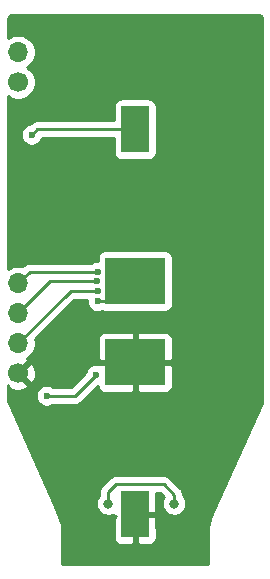
<source format=gbr>
%TF.GenerationSoftware,KiCad,Pcbnew,(5.1.9)-1*%
%TF.CreationDate,2021-03-30T21:26:33+02:00*%
%TF.ProjectId,plant,706c616e-742e-46b6-9963-61645f706362,rev?*%
%TF.SameCoordinates,Original*%
%TF.FileFunction,Copper,L2,Bot*%
%TF.FilePolarity,Positive*%
%FSLAX46Y46*%
G04 Gerber Fmt 4.6, Leading zero omitted, Abs format (unit mm)*
G04 Created by KiCad (PCBNEW (5.1.9)-1) date 2021-03-30 21:26:33*
%MOMM*%
%LPD*%
G01*
G04 APERTURE LIST*
%TA.AperFunction,SMDPad,CuDef*%
%ADD10R,5.080000X3.960000*%
%TD*%
%TA.AperFunction,SMDPad,CuDef*%
%ADD11R,2.340000X3.960000*%
%TD*%
%TA.AperFunction,ComponentPad*%
%ADD12C,1.700000*%
%TD*%
%TA.AperFunction,ComponentPad*%
%ADD13O,1.700000X1.700000*%
%TD*%
%TA.AperFunction,ViaPad*%
%ADD14C,0.600000*%
%TD*%
%TA.AperFunction,ViaPad*%
%ADD15C,0.800000*%
%TD*%
%TA.AperFunction,Conductor*%
%ADD16C,0.250000*%
%TD*%
%TA.AperFunction,Conductor*%
%ADD17C,0.254000*%
%TD*%
%TA.AperFunction,Conductor*%
%ADD18C,0.100000*%
%TD*%
G04 APERTURE END LIST*
D10*
%TO.P,U2,2*%
%TO.N,+3V3*%
X162814000Y-83387000D03*
D11*
%TO.P,U2,1*%
X162814000Y-70537000D03*
%TD*%
D10*
%TO.P,U1,2*%
%TO.N,GND*%
X162814000Y-90274000D03*
D11*
%TO.P,U1,1*%
X162814000Y-103124000D03*
%TD*%
D12*
%TO.P,J1,1*%
%TO.N,GND*%
X152908000Y-91186000D03*
D13*
%TO.P,J1,2*%
%TO.N,Net-(IC1-Pad25)*%
X152908000Y-88646000D03*
%TO.P,J1,3*%
%TO.N,Net-(IC1-Pad34)*%
X152908000Y-86106000D03*
%TO.P,J1,4*%
%TO.N,Net-(IC1-Pad35)*%
X152908000Y-83566000D03*
%TD*%
%TO.P,J2,2*%
%TO.N,Net-(IC2-Pad9)*%
X152908000Y-64008000D03*
D12*
%TO.P,J2,1*%
%TO.N,Net-(IC2-Pad7)*%
X152908000Y-66548000D03*
%TD*%
D14*
%TO.N,Net-(IC1-Pad35)*%
X159640235Y-82583719D03*
%TO.N,Net-(IC1-Pad34)*%
X159622540Y-83383535D03*
%TO.N,Net-(IC1-Pad25)*%
X159639000Y-84200994D03*
D15*
%TO.N,Net-(IC1-Pad11)*%
X160528000Y-102235000D03*
X166116000Y-102235006D03*
D14*
%TO.N,GND*%
X170942000Y-68580000D03*
X153797000Y-80264000D03*
X153924000Y-68326000D03*
X157353000Y-69342000D03*
%TO.N,+3V3*%
X154051000Y-70993000D03*
X159512000Y-91313000D03*
X159639000Y-85090000D03*
X155321000Y-93091000D03*
%TD*%
D16*
%TO.N,Net-(IC1-Pad35)*%
X152908000Y-83566000D02*
X153890281Y-82583719D01*
X153890281Y-82583719D02*
X159640235Y-82583719D01*
%TO.N,Net-(IC1-Pad34)*%
X155630465Y-83383535D02*
X159622540Y-83383535D01*
X152908000Y-86106000D02*
X155630465Y-83383535D01*
%TO.N,Net-(IC1-Pad25)*%
X152908000Y-88646000D02*
X157353006Y-84200994D01*
X157353006Y-84200994D02*
X159639000Y-84200994D01*
%TO.N,Net-(IC1-Pad11)*%
X165227000Y-100584000D02*
X166116000Y-101473000D01*
X160528000Y-101219000D02*
X161163000Y-100584000D01*
X166116000Y-101473000D02*
X166116000Y-102235006D01*
X161163000Y-100584000D02*
X165227000Y-100584000D01*
X160528000Y-102235000D02*
X160528000Y-101219000D01*
%TO.N,+3V3*%
X154507000Y-70537000D02*
X162814000Y-70537000D01*
X154051000Y-70993000D02*
X154507000Y-70537000D01*
X161111000Y-85090000D02*
X162814000Y-83387000D01*
X159639000Y-85090000D02*
X161111000Y-85090000D01*
X159512000Y-91313000D02*
X157734000Y-93091000D01*
X157734000Y-93091000D02*
X155321000Y-93091000D01*
%TD*%
D17*
%TO.N,GND*%
X173296533Y-60867885D02*
X173362457Y-60887789D01*
X173423255Y-60920115D01*
X173476619Y-60963639D01*
X173520512Y-61016696D01*
X173553266Y-61077271D01*
X173573628Y-61143053D01*
X173584001Y-61241740D01*
X173584000Y-93439721D01*
X173569278Y-93589869D01*
X173527215Y-93729187D01*
X169178428Y-103482963D01*
X169178424Y-103482971D01*
X169178380Y-103483073D01*
X169165459Y-103512052D01*
X169163913Y-103516699D01*
X169161106Y-103523254D01*
X169151394Y-103553907D01*
X169138721Y-103583475D01*
X169135997Y-103592278D01*
X169064357Y-103829559D01*
X169052736Y-103888246D01*
X169040300Y-103946752D01*
X169039337Y-103955917D01*
X169015150Y-104202595D01*
X169012000Y-104234582D01*
X169012000Y-107315000D01*
X156616000Y-107315000D01*
X156616000Y-104234581D01*
X156615559Y-104230100D01*
X156615467Y-104223376D01*
X156611891Y-104191401D01*
X156611463Y-104159231D01*
X156610378Y-104150080D01*
X156579474Y-103904153D01*
X156566253Y-103845784D01*
X156553860Y-103787291D01*
X156551018Y-103778525D01*
X156493334Y-103604742D01*
X156493304Y-103604500D01*
X156462541Y-103512050D01*
X155847710Y-102133061D01*
X159493000Y-102133061D01*
X159493000Y-102336939D01*
X159532774Y-102536898D01*
X159610795Y-102725256D01*
X159724063Y-102894774D01*
X159868226Y-103038937D01*
X160037744Y-103152205D01*
X160226102Y-103230226D01*
X160426061Y-103270000D01*
X160629939Y-103270000D01*
X160829898Y-103230226D01*
X161009000Y-103156039D01*
X161009000Y-103251002D01*
X161167748Y-103251002D01*
X161009000Y-103409750D01*
X161005928Y-105104000D01*
X161018188Y-105228482D01*
X161054498Y-105348180D01*
X161113463Y-105458494D01*
X161192815Y-105555185D01*
X161289506Y-105634537D01*
X161399820Y-105693502D01*
X161519518Y-105729812D01*
X161644000Y-105742072D01*
X162528250Y-105739000D01*
X162687000Y-105580250D01*
X162687000Y-103251000D01*
X162941000Y-103251000D01*
X162941000Y-105580250D01*
X163099750Y-105739000D01*
X163984000Y-105742072D01*
X164108482Y-105729812D01*
X164228180Y-105693502D01*
X164338494Y-105634537D01*
X164435185Y-105555185D01*
X164514537Y-105458494D01*
X164573502Y-105348180D01*
X164609812Y-105228482D01*
X164622072Y-105104000D01*
X164619000Y-103409750D01*
X164460250Y-103251000D01*
X162941000Y-103251000D01*
X162687000Y-103251000D01*
X162667000Y-103251000D01*
X162667000Y-102997000D01*
X162687000Y-102997000D01*
X162687000Y-102977000D01*
X162941000Y-102977000D01*
X162941000Y-102997000D01*
X164460250Y-102997000D01*
X164619000Y-102838250D01*
X164621709Y-101344000D01*
X164912199Y-101344000D01*
X165244518Y-101676320D01*
X165198795Y-101744750D01*
X165120774Y-101933108D01*
X165081000Y-102133067D01*
X165081000Y-102336945D01*
X165120774Y-102536904D01*
X165198795Y-102725262D01*
X165312063Y-102894780D01*
X165456226Y-103038943D01*
X165625744Y-103152211D01*
X165814102Y-103230232D01*
X166014061Y-103270006D01*
X166217939Y-103270006D01*
X166417898Y-103230232D01*
X166606256Y-103152211D01*
X166775774Y-103038943D01*
X166919937Y-102894780D01*
X167033205Y-102725262D01*
X167111226Y-102536904D01*
X167151000Y-102336945D01*
X167151000Y-102133067D01*
X167111226Y-101933108D01*
X167033205Y-101744750D01*
X166919937Y-101575232D01*
X166876000Y-101531295D01*
X166876000Y-101510323D01*
X166879676Y-101473000D01*
X166876000Y-101435677D01*
X166876000Y-101435667D01*
X166865003Y-101324014D01*
X166821546Y-101180753D01*
X166750974Y-101048724D01*
X166656001Y-100932999D01*
X166627004Y-100909202D01*
X165790803Y-100073002D01*
X165767001Y-100043999D01*
X165651276Y-99949026D01*
X165519247Y-99878454D01*
X165375986Y-99834997D01*
X165264333Y-99824000D01*
X165264322Y-99824000D01*
X165227000Y-99820324D01*
X165189678Y-99824000D01*
X161200333Y-99824000D01*
X161163000Y-99820323D01*
X161125667Y-99824000D01*
X161014014Y-99834997D01*
X160870753Y-99878454D01*
X160738724Y-99949026D01*
X160622999Y-100043999D01*
X160599200Y-100072998D01*
X160016998Y-100655201D01*
X159988000Y-100678999D01*
X159964202Y-100707997D01*
X159964201Y-100707998D01*
X159893026Y-100794724D01*
X159822454Y-100926754D01*
X159778998Y-101070015D01*
X159764324Y-101219000D01*
X159768001Y-101256332D01*
X159768001Y-101531288D01*
X159724063Y-101575226D01*
X159610795Y-101744744D01*
X159532774Y-101933102D01*
X159493000Y-102133061D01*
X155847710Y-102133061D01*
X152109564Y-93748878D01*
X152062158Y-93606059D01*
X152044000Y-93461564D01*
X152044000Y-92998911D01*
X154386000Y-92998911D01*
X154386000Y-93183089D01*
X154421932Y-93363729D01*
X154492414Y-93533889D01*
X154594738Y-93687028D01*
X154724972Y-93817262D01*
X154878111Y-93919586D01*
X155048271Y-93990068D01*
X155228911Y-94026000D01*
X155413089Y-94026000D01*
X155593729Y-93990068D01*
X155763889Y-93919586D01*
X155866535Y-93851000D01*
X157696678Y-93851000D01*
X157734000Y-93854676D01*
X157771322Y-93851000D01*
X157771333Y-93851000D01*
X157882986Y-93840003D01*
X158026247Y-93796546D01*
X158158276Y-93725974D01*
X158274001Y-93631001D01*
X158297804Y-93601997D01*
X159636813Y-92262988D01*
X159648188Y-92378482D01*
X159684498Y-92498180D01*
X159743463Y-92608494D01*
X159822815Y-92705185D01*
X159919506Y-92784537D01*
X160029820Y-92843502D01*
X160149518Y-92879812D01*
X160274000Y-92892072D01*
X162528250Y-92889000D01*
X162687000Y-92730250D01*
X162687000Y-90401000D01*
X162941000Y-90401000D01*
X162941000Y-92730250D01*
X163099750Y-92889000D01*
X165354000Y-92892072D01*
X165478482Y-92879812D01*
X165598180Y-92843502D01*
X165708494Y-92784537D01*
X165805185Y-92705185D01*
X165884537Y-92608494D01*
X165943502Y-92498180D01*
X165979812Y-92378482D01*
X165992072Y-92254000D01*
X165989000Y-90559750D01*
X165830250Y-90401000D01*
X162941000Y-90401000D01*
X162687000Y-90401000D01*
X159797750Y-90401000D01*
X159784792Y-90413958D01*
X159784729Y-90413932D01*
X159604089Y-90378000D01*
X159419911Y-90378000D01*
X159239271Y-90413932D01*
X159069111Y-90484414D01*
X158915972Y-90586738D01*
X158785738Y-90716972D01*
X158683414Y-90870111D01*
X158612932Y-91040271D01*
X158588847Y-91161351D01*
X157419199Y-92331000D01*
X155866535Y-92331000D01*
X155763889Y-92262414D01*
X155593729Y-92191932D01*
X155413089Y-92156000D01*
X155228911Y-92156000D01*
X155048271Y-92191932D01*
X154878111Y-92262414D01*
X154724972Y-92364738D01*
X154594738Y-92494972D01*
X154492414Y-92648111D01*
X154421932Y-92818271D01*
X154386000Y-92998911D01*
X152044000Y-92998911D01*
X152044000Y-92229608D01*
X152059209Y-92214399D01*
X152136843Y-92463472D01*
X152400883Y-92589371D01*
X152684411Y-92661339D01*
X152976531Y-92676611D01*
X153266019Y-92634599D01*
X153541747Y-92536919D01*
X153679157Y-92463472D01*
X153756792Y-92214397D01*
X152908000Y-91365605D01*
X152893858Y-91379748D01*
X152714253Y-91200143D01*
X152728395Y-91186000D01*
X153087605Y-91186000D01*
X153936397Y-92034792D01*
X154185472Y-91957157D01*
X154311371Y-91693117D01*
X154383339Y-91409589D01*
X154398611Y-91117469D01*
X154356599Y-90827981D01*
X154258919Y-90552253D01*
X154185472Y-90414843D01*
X153936397Y-90337208D01*
X153087605Y-91186000D01*
X152728395Y-91186000D01*
X152714253Y-91171858D01*
X152893858Y-90992253D01*
X152908000Y-91006395D01*
X153756792Y-90157603D01*
X153681271Y-89915311D01*
X153854632Y-89799475D01*
X154061475Y-89592632D01*
X154223990Y-89349411D01*
X154335932Y-89079158D01*
X154393000Y-88792260D01*
X154393000Y-88499740D01*
X154352075Y-88294000D01*
X159635928Y-88294000D01*
X159639000Y-89988250D01*
X159797750Y-90147000D01*
X162687000Y-90147000D01*
X162687000Y-87817750D01*
X162941000Y-87817750D01*
X162941000Y-90147000D01*
X165830250Y-90147000D01*
X165989000Y-89988250D01*
X165992072Y-88294000D01*
X165979812Y-88169518D01*
X165943502Y-88049820D01*
X165884537Y-87939506D01*
X165805185Y-87842815D01*
X165708494Y-87763463D01*
X165598180Y-87704498D01*
X165478482Y-87668188D01*
X165354000Y-87655928D01*
X163099750Y-87659000D01*
X162941000Y-87817750D01*
X162687000Y-87817750D01*
X162528250Y-87659000D01*
X160274000Y-87655928D01*
X160149518Y-87668188D01*
X160029820Y-87704498D01*
X159919506Y-87763463D01*
X159822815Y-87842815D01*
X159743463Y-87939506D01*
X159684498Y-88049820D01*
X159648188Y-88169518D01*
X159635928Y-88294000D01*
X154352075Y-88294000D01*
X154349209Y-88279592D01*
X157667808Y-84960994D01*
X158711343Y-84960994D01*
X158704000Y-84997911D01*
X158704000Y-85182089D01*
X158739932Y-85362729D01*
X158810414Y-85532889D01*
X158912738Y-85686028D01*
X159042972Y-85816262D01*
X159196111Y-85918586D01*
X159366271Y-85989068D01*
X159546911Y-86025000D01*
X159731089Y-86025000D01*
X159911729Y-85989068D01*
X160012588Y-85947291D01*
X160029820Y-85956502D01*
X160149518Y-85992812D01*
X160274000Y-86005072D01*
X165354000Y-86005072D01*
X165478482Y-85992812D01*
X165598180Y-85956502D01*
X165708494Y-85897537D01*
X165805185Y-85818185D01*
X165884537Y-85721494D01*
X165943502Y-85611180D01*
X165979812Y-85491482D01*
X165992072Y-85367000D01*
X165992072Y-81407000D01*
X165979812Y-81282518D01*
X165943502Y-81162820D01*
X165884537Y-81052506D01*
X165805185Y-80955815D01*
X165708494Y-80876463D01*
X165598180Y-80817498D01*
X165478482Y-80781188D01*
X165354000Y-80768928D01*
X160274000Y-80768928D01*
X160149518Y-80781188D01*
X160029820Y-80817498D01*
X159919506Y-80876463D01*
X159822815Y-80955815D01*
X159743463Y-81052506D01*
X159684498Y-81162820D01*
X159648188Y-81282518D01*
X159635928Y-81407000D01*
X159635928Y-81648719D01*
X159548146Y-81648719D01*
X159367506Y-81684651D01*
X159197346Y-81755133D01*
X159094700Y-81823719D01*
X153927603Y-81823719D01*
X153890280Y-81820043D01*
X153852957Y-81823719D01*
X153852948Y-81823719D01*
X153741295Y-81834716D01*
X153598034Y-81878173D01*
X153466004Y-81948745D01*
X153418549Y-81987691D01*
X153350280Y-82043718D01*
X153326482Y-82072716D01*
X153274408Y-82124790D01*
X153054260Y-82081000D01*
X152761740Y-82081000D01*
X152474842Y-82138068D01*
X152204589Y-82250010D01*
X152044000Y-82357312D01*
X152044000Y-70900911D01*
X153116000Y-70900911D01*
X153116000Y-71085089D01*
X153151932Y-71265729D01*
X153222414Y-71435889D01*
X153324738Y-71589028D01*
X153454972Y-71719262D01*
X153608111Y-71821586D01*
X153778271Y-71892068D01*
X153958911Y-71928000D01*
X154143089Y-71928000D01*
X154323729Y-71892068D01*
X154493889Y-71821586D01*
X154647028Y-71719262D01*
X154777262Y-71589028D01*
X154879586Y-71435889D01*
X154937115Y-71297000D01*
X161005928Y-71297000D01*
X161005928Y-72517000D01*
X161018188Y-72641482D01*
X161054498Y-72761180D01*
X161113463Y-72871494D01*
X161192815Y-72968185D01*
X161289506Y-73047537D01*
X161399820Y-73106502D01*
X161519518Y-73142812D01*
X161644000Y-73155072D01*
X163984000Y-73155072D01*
X164108482Y-73142812D01*
X164228180Y-73106502D01*
X164338494Y-73047537D01*
X164435185Y-72968185D01*
X164514537Y-72871494D01*
X164573502Y-72761180D01*
X164609812Y-72641482D01*
X164622072Y-72517000D01*
X164622072Y-68557000D01*
X164609812Y-68432518D01*
X164573502Y-68312820D01*
X164514537Y-68202506D01*
X164435185Y-68105815D01*
X164338494Y-68026463D01*
X164228180Y-67967498D01*
X164108482Y-67931188D01*
X163984000Y-67918928D01*
X161644000Y-67918928D01*
X161519518Y-67931188D01*
X161399820Y-67967498D01*
X161289506Y-68026463D01*
X161192815Y-68105815D01*
X161113463Y-68202506D01*
X161054498Y-68312820D01*
X161018188Y-68432518D01*
X161005928Y-68557000D01*
X161005928Y-69777000D01*
X154544322Y-69777000D01*
X154506999Y-69773324D01*
X154469676Y-69777000D01*
X154469667Y-69777000D01*
X154358014Y-69787997D01*
X154214753Y-69831454D01*
X154082724Y-69902026D01*
X153966999Y-69996999D01*
X153943200Y-70025998D01*
X153899351Y-70069847D01*
X153778271Y-70093932D01*
X153608111Y-70164414D01*
X153454972Y-70266738D01*
X153324738Y-70396972D01*
X153222414Y-70550111D01*
X153151932Y-70720271D01*
X153116000Y-70900911D01*
X152044000Y-70900911D01*
X152044000Y-67756688D01*
X152204589Y-67863990D01*
X152474842Y-67975932D01*
X152761740Y-68033000D01*
X153054260Y-68033000D01*
X153341158Y-67975932D01*
X153611411Y-67863990D01*
X153854632Y-67701475D01*
X154061475Y-67494632D01*
X154223990Y-67251411D01*
X154335932Y-66981158D01*
X154393000Y-66694260D01*
X154393000Y-66401740D01*
X154335932Y-66114842D01*
X154223990Y-65844589D01*
X154061475Y-65601368D01*
X153854632Y-65394525D01*
X153680240Y-65278000D01*
X153854632Y-65161475D01*
X154061475Y-64954632D01*
X154223990Y-64711411D01*
X154335932Y-64441158D01*
X154393000Y-64154260D01*
X154393000Y-63861740D01*
X154335932Y-63574842D01*
X154223990Y-63304589D01*
X154061475Y-63061368D01*
X153854632Y-62854525D01*
X153611411Y-62692010D01*
X153341158Y-62580068D01*
X153054260Y-62523000D01*
X152761740Y-62523000D01*
X152474842Y-62580068D01*
X152204589Y-62692010D01*
X152044000Y-62799312D01*
X152044000Y-61246281D01*
X152053885Y-61145467D01*
X152073789Y-61079543D01*
X152106115Y-61018745D01*
X152149639Y-60965381D01*
X152202696Y-60921488D01*
X152263271Y-60888734D01*
X152329053Y-60868372D01*
X152427730Y-60858000D01*
X173195719Y-60858000D01*
X173296533Y-60867885D01*
%TA.AperFunction,Conductor*%
D18*
G36*
X173296533Y-60867885D02*
G01*
X173362457Y-60887789D01*
X173423255Y-60920115D01*
X173476619Y-60963639D01*
X173520512Y-61016696D01*
X173553266Y-61077271D01*
X173573628Y-61143053D01*
X173584001Y-61241740D01*
X173584000Y-93439721D01*
X173569278Y-93589869D01*
X173527215Y-93729187D01*
X169178428Y-103482963D01*
X169178424Y-103482971D01*
X169178380Y-103483073D01*
X169165459Y-103512052D01*
X169163913Y-103516699D01*
X169161106Y-103523254D01*
X169151394Y-103553907D01*
X169138721Y-103583475D01*
X169135997Y-103592278D01*
X169064357Y-103829559D01*
X169052736Y-103888246D01*
X169040300Y-103946752D01*
X169039337Y-103955917D01*
X169015150Y-104202595D01*
X169012000Y-104234582D01*
X169012000Y-107315000D01*
X156616000Y-107315000D01*
X156616000Y-104234581D01*
X156615559Y-104230100D01*
X156615467Y-104223376D01*
X156611891Y-104191401D01*
X156611463Y-104159231D01*
X156610378Y-104150080D01*
X156579474Y-103904153D01*
X156566253Y-103845784D01*
X156553860Y-103787291D01*
X156551018Y-103778525D01*
X156493334Y-103604742D01*
X156493304Y-103604500D01*
X156462541Y-103512050D01*
X155847710Y-102133061D01*
X159493000Y-102133061D01*
X159493000Y-102336939D01*
X159532774Y-102536898D01*
X159610795Y-102725256D01*
X159724063Y-102894774D01*
X159868226Y-103038937D01*
X160037744Y-103152205D01*
X160226102Y-103230226D01*
X160426061Y-103270000D01*
X160629939Y-103270000D01*
X160829898Y-103230226D01*
X161009000Y-103156039D01*
X161009000Y-103251002D01*
X161167748Y-103251002D01*
X161009000Y-103409750D01*
X161005928Y-105104000D01*
X161018188Y-105228482D01*
X161054498Y-105348180D01*
X161113463Y-105458494D01*
X161192815Y-105555185D01*
X161289506Y-105634537D01*
X161399820Y-105693502D01*
X161519518Y-105729812D01*
X161644000Y-105742072D01*
X162528250Y-105739000D01*
X162687000Y-105580250D01*
X162687000Y-103251000D01*
X162941000Y-103251000D01*
X162941000Y-105580250D01*
X163099750Y-105739000D01*
X163984000Y-105742072D01*
X164108482Y-105729812D01*
X164228180Y-105693502D01*
X164338494Y-105634537D01*
X164435185Y-105555185D01*
X164514537Y-105458494D01*
X164573502Y-105348180D01*
X164609812Y-105228482D01*
X164622072Y-105104000D01*
X164619000Y-103409750D01*
X164460250Y-103251000D01*
X162941000Y-103251000D01*
X162687000Y-103251000D01*
X162667000Y-103251000D01*
X162667000Y-102997000D01*
X162687000Y-102997000D01*
X162687000Y-102977000D01*
X162941000Y-102977000D01*
X162941000Y-102997000D01*
X164460250Y-102997000D01*
X164619000Y-102838250D01*
X164621709Y-101344000D01*
X164912199Y-101344000D01*
X165244518Y-101676320D01*
X165198795Y-101744750D01*
X165120774Y-101933108D01*
X165081000Y-102133067D01*
X165081000Y-102336945D01*
X165120774Y-102536904D01*
X165198795Y-102725262D01*
X165312063Y-102894780D01*
X165456226Y-103038943D01*
X165625744Y-103152211D01*
X165814102Y-103230232D01*
X166014061Y-103270006D01*
X166217939Y-103270006D01*
X166417898Y-103230232D01*
X166606256Y-103152211D01*
X166775774Y-103038943D01*
X166919937Y-102894780D01*
X167033205Y-102725262D01*
X167111226Y-102536904D01*
X167151000Y-102336945D01*
X167151000Y-102133067D01*
X167111226Y-101933108D01*
X167033205Y-101744750D01*
X166919937Y-101575232D01*
X166876000Y-101531295D01*
X166876000Y-101510323D01*
X166879676Y-101473000D01*
X166876000Y-101435677D01*
X166876000Y-101435667D01*
X166865003Y-101324014D01*
X166821546Y-101180753D01*
X166750974Y-101048724D01*
X166656001Y-100932999D01*
X166627004Y-100909202D01*
X165790803Y-100073002D01*
X165767001Y-100043999D01*
X165651276Y-99949026D01*
X165519247Y-99878454D01*
X165375986Y-99834997D01*
X165264333Y-99824000D01*
X165264322Y-99824000D01*
X165227000Y-99820324D01*
X165189678Y-99824000D01*
X161200333Y-99824000D01*
X161163000Y-99820323D01*
X161125667Y-99824000D01*
X161014014Y-99834997D01*
X160870753Y-99878454D01*
X160738724Y-99949026D01*
X160622999Y-100043999D01*
X160599200Y-100072998D01*
X160016998Y-100655201D01*
X159988000Y-100678999D01*
X159964202Y-100707997D01*
X159964201Y-100707998D01*
X159893026Y-100794724D01*
X159822454Y-100926754D01*
X159778998Y-101070015D01*
X159764324Y-101219000D01*
X159768001Y-101256332D01*
X159768001Y-101531288D01*
X159724063Y-101575226D01*
X159610795Y-101744744D01*
X159532774Y-101933102D01*
X159493000Y-102133061D01*
X155847710Y-102133061D01*
X152109564Y-93748878D01*
X152062158Y-93606059D01*
X152044000Y-93461564D01*
X152044000Y-92998911D01*
X154386000Y-92998911D01*
X154386000Y-93183089D01*
X154421932Y-93363729D01*
X154492414Y-93533889D01*
X154594738Y-93687028D01*
X154724972Y-93817262D01*
X154878111Y-93919586D01*
X155048271Y-93990068D01*
X155228911Y-94026000D01*
X155413089Y-94026000D01*
X155593729Y-93990068D01*
X155763889Y-93919586D01*
X155866535Y-93851000D01*
X157696678Y-93851000D01*
X157734000Y-93854676D01*
X157771322Y-93851000D01*
X157771333Y-93851000D01*
X157882986Y-93840003D01*
X158026247Y-93796546D01*
X158158276Y-93725974D01*
X158274001Y-93631001D01*
X158297804Y-93601997D01*
X159636813Y-92262988D01*
X159648188Y-92378482D01*
X159684498Y-92498180D01*
X159743463Y-92608494D01*
X159822815Y-92705185D01*
X159919506Y-92784537D01*
X160029820Y-92843502D01*
X160149518Y-92879812D01*
X160274000Y-92892072D01*
X162528250Y-92889000D01*
X162687000Y-92730250D01*
X162687000Y-90401000D01*
X162941000Y-90401000D01*
X162941000Y-92730250D01*
X163099750Y-92889000D01*
X165354000Y-92892072D01*
X165478482Y-92879812D01*
X165598180Y-92843502D01*
X165708494Y-92784537D01*
X165805185Y-92705185D01*
X165884537Y-92608494D01*
X165943502Y-92498180D01*
X165979812Y-92378482D01*
X165992072Y-92254000D01*
X165989000Y-90559750D01*
X165830250Y-90401000D01*
X162941000Y-90401000D01*
X162687000Y-90401000D01*
X159797750Y-90401000D01*
X159784792Y-90413958D01*
X159784729Y-90413932D01*
X159604089Y-90378000D01*
X159419911Y-90378000D01*
X159239271Y-90413932D01*
X159069111Y-90484414D01*
X158915972Y-90586738D01*
X158785738Y-90716972D01*
X158683414Y-90870111D01*
X158612932Y-91040271D01*
X158588847Y-91161351D01*
X157419199Y-92331000D01*
X155866535Y-92331000D01*
X155763889Y-92262414D01*
X155593729Y-92191932D01*
X155413089Y-92156000D01*
X155228911Y-92156000D01*
X155048271Y-92191932D01*
X154878111Y-92262414D01*
X154724972Y-92364738D01*
X154594738Y-92494972D01*
X154492414Y-92648111D01*
X154421932Y-92818271D01*
X154386000Y-92998911D01*
X152044000Y-92998911D01*
X152044000Y-92229608D01*
X152059209Y-92214399D01*
X152136843Y-92463472D01*
X152400883Y-92589371D01*
X152684411Y-92661339D01*
X152976531Y-92676611D01*
X153266019Y-92634599D01*
X153541747Y-92536919D01*
X153679157Y-92463472D01*
X153756792Y-92214397D01*
X152908000Y-91365605D01*
X152893858Y-91379748D01*
X152714253Y-91200143D01*
X152728395Y-91186000D01*
X153087605Y-91186000D01*
X153936397Y-92034792D01*
X154185472Y-91957157D01*
X154311371Y-91693117D01*
X154383339Y-91409589D01*
X154398611Y-91117469D01*
X154356599Y-90827981D01*
X154258919Y-90552253D01*
X154185472Y-90414843D01*
X153936397Y-90337208D01*
X153087605Y-91186000D01*
X152728395Y-91186000D01*
X152714253Y-91171858D01*
X152893858Y-90992253D01*
X152908000Y-91006395D01*
X153756792Y-90157603D01*
X153681271Y-89915311D01*
X153854632Y-89799475D01*
X154061475Y-89592632D01*
X154223990Y-89349411D01*
X154335932Y-89079158D01*
X154393000Y-88792260D01*
X154393000Y-88499740D01*
X154352075Y-88294000D01*
X159635928Y-88294000D01*
X159639000Y-89988250D01*
X159797750Y-90147000D01*
X162687000Y-90147000D01*
X162687000Y-87817750D01*
X162941000Y-87817750D01*
X162941000Y-90147000D01*
X165830250Y-90147000D01*
X165989000Y-89988250D01*
X165992072Y-88294000D01*
X165979812Y-88169518D01*
X165943502Y-88049820D01*
X165884537Y-87939506D01*
X165805185Y-87842815D01*
X165708494Y-87763463D01*
X165598180Y-87704498D01*
X165478482Y-87668188D01*
X165354000Y-87655928D01*
X163099750Y-87659000D01*
X162941000Y-87817750D01*
X162687000Y-87817750D01*
X162528250Y-87659000D01*
X160274000Y-87655928D01*
X160149518Y-87668188D01*
X160029820Y-87704498D01*
X159919506Y-87763463D01*
X159822815Y-87842815D01*
X159743463Y-87939506D01*
X159684498Y-88049820D01*
X159648188Y-88169518D01*
X159635928Y-88294000D01*
X154352075Y-88294000D01*
X154349209Y-88279592D01*
X157667808Y-84960994D01*
X158711343Y-84960994D01*
X158704000Y-84997911D01*
X158704000Y-85182089D01*
X158739932Y-85362729D01*
X158810414Y-85532889D01*
X158912738Y-85686028D01*
X159042972Y-85816262D01*
X159196111Y-85918586D01*
X159366271Y-85989068D01*
X159546911Y-86025000D01*
X159731089Y-86025000D01*
X159911729Y-85989068D01*
X160012588Y-85947291D01*
X160029820Y-85956502D01*
X160149518Y-85992812D01*
X160274000Y-86005072D01*
X165354000Y-86005072D01*
X165478482Y-85992812D01*
X165598180Y-85956502D01*
X165708494Y-85897537D01*
X165805185Y-85818185D01*
X165884537Y-85721494D01*
X165943502Y-85611180D01*
X165979812Y-85491482D01*
X165992072Y-85367000D01*
X165992072Y-81407000D01*
X165979812Y-81282518D01*
X165943502Y-81162820D01*
X165884537Y-81052506D01*
X165805185Y-80955815D01*
X165708494Y-80876463D01*
X165598180Y-80817498D01*
X165478482Y-80781188D01*
X165354000Y-80768928D01*
X160274000Y-80768928D01*
X160149518Y-80781188D01*
X160029820Y-80817498D01*
X159919506Y-80876463D01*
X159822815Y-80955815D01*
X159743463Y-81052506D01*
X159684498Y-81162820D01*
X159648188Y-81282518D01*
X159635928Y-81407000D01*
X159635928Y-81648719D01*
X159548146Y-81648719D01*
X159367506Y-81684651D01*
X159197346Y-81755133D01*
X159094700Y-81823719D01*
X153927603Y-81823719D01*
X153890280Y-81820043D01*
X153852957Y-81823719D01*
X153852948Y-81823719D01*
X153741295Y-81834716D01*
X153598034Y-81878173D01*
X153466004Y-81948745D01*
X153418549Y-81987691D01*
X153350280Y-82043718D01*
X153326482Y-82072716D01*
X153274408Y-82124790D01*
X153054260Y-82081000D01*
X152761740Y-82081000D01*
X152474842Y-82138068D01*
X152204589Y-82250010D01*
X152044000Y-82357312D01*
X152044000Y-70900911D01*
X153116000Y-70900911D01*
X153116000Y-71085089D01*
X153151932Y-71265729D01*
X153222414Y-71435889D01*
X153324738Y-71589028D01*
X153454972Y-71719262D01*
X153608111Y-71821586D01*
X153778271Y-71892068D01*
X153958911Y-71928000D01*
X154143089Y-71928000D01*
X154323729Y-71892068D01*
X154493889Y-71821586D01*
X154647028Y-71719262D01*
X154777262Y-71589028D01*
X154879586Y-71435889D01*
X154937115Y-71297000D01*
X161005928Y-71297000D01*
X161005928Y-72517000D01*
X161018188Y-72641482D01*
X161054498Y-72761180D01*
X161113463Y-72871494D01*
X161192815Y-72968185D01*
X161289506Y-73047537D01*
X161399820Y-73106502D01*
X161519518Y-73142812D01*
X161644000Y-73155072D01*
X163984000Y-73155072D01*
X164108482Y-73142812D01*
X164228180Y-73106502D01*
X164338494Y-73047537D01*
X164435185Y-72968185D01*
X164514537Y-72871494D01*
X164573502Y-72761180D01*
X164609812Y-72641482D01*
X164622072Y-72517000D01*
X164622072Y-68557000D01*
X164609812Y-68432518D01*
X164573502Y-68312820D01*
X164514537Y-68202506D01*
X164435185Y-68105815D01*
X164338494Y-68026463D01*
X164228180Y-67967498D01*
X164108482Y-67931188D01*
X163984000Y-67918928D01*
X161644000Y-67918928D01*
X161519518Y-67931188D01*
X161399820Y-67967498D01*
X161289506Y-68026463D01*
X161192815Y-68105815D01*
X161113463Y-68202506D01*
X161054498Y-68312820D01*
X161018188Y-68432518D01*
X161005928Y-68557000D01*
X161005928Y-69777000D01*
X154544322Y-69777000D01*
X154506999Y-69773324D01*
X154469676Y-69777000D01*
X154469667Y-69777000D01*
X154358014Y-69787997D01*
X154214753Y-69831454D01*
X154082724Y-69902026D01*
X153966999Y-69996999D01*
X153943200Y-70025998D01*
X153899351Y-70069847D01*
X153778271Y-70093932D01*
X153608111Y-70164414D01*
X153454972Y-70266738D01*
X153324738Y-70396972D01*
X153222414Y-70550111D01*
X153151932Y-70720271D01*
X153116000Y-70900911D01*
X152044000Y-70900911D01*
X152044000Y-67756688D01*
X152204589Y-67863990D01*
X152474842Y-67975932D01*
X152761740Y-68033000D01*
X153054260Y-68033000D01*
X153341158Y-67975932D01*
X153611411Y-67863990D01*
X153854632Y-67701475D01*
X154061475Y-67494632D01*
X154223990Y-67251411D01*
X154335932Y-66981158D01*
X154393000Y-66694260D01*
X154393000Y-66401740D01*
X154335932Y-66114842D01*
X154223990Y-65844589D01*
X154061475Y-65601368D01*
X153854632Y-65394525D01*
X153680240Y-65278000D01*
X153854632Y-65161475D01*
X154061475Y-64954632D01*
X154223990Y-64711411D01*
X154335932Y-64441158D01*
X154393000Y-64154260D01*
X154393000Y-63861740D01*
X154335932Y-63574842D01*
X154223990Y-63304589D01*
X154061475Y-63061368D01*
X153854632Y-62854525D01*
X153611411Y-62692010D01*
X153341158Y-62580068D01*
X153054260Y-62523000D01*
X152761740Y-62523000D01*
X152474842Y-62580068D01*
X152204589Y-62692010D01*
X152044000Y-62799312D01*
X152044000Y-61246281D01*
X152053885Y-61145467D01*
X152073789Y-61079543D01*
X152106115Y-61018745D01*
X152149639Y-60965381D01*
X152202696Y-60921488D01*
X152263271Y-60888734D01*
X152329053Y-60868372D01*
X152427730Y-60858000D01*
X173195719Y-60858000D01*
X173296533Y-60867885D01*
G37*
%TD.AperFunction*%
%TD*%
M02*

</source>
